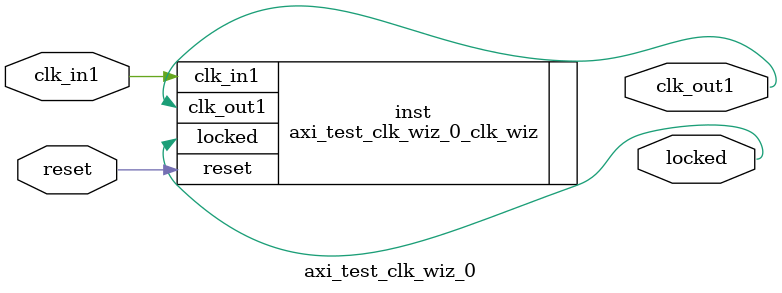
<source format=v>


`timescale 1ps/1ps

(* CORE_GENERATION_INFO = "axi_test_clk_wiz_0,clk_wiz_v6_0_2_0_0,{component_name=axi_test_clk_wiz_0,use_phase_alignment=true,use_min_o_jitter=false,use_max_i_jitter=false,use_dyn_phase_shift=false,use_inclk_switchover=false,use_dyn_reconfig=false,enable_axi=0,feedback_source=FDBK_AUTO,PRIMITIVE=MMCM,num_out_clk=1,clkin1_period=10.000,clkin2_period=10.000,use_power_down=false,use_reset=true,use_locked=true,use_inclk_stopped=false,feedback_type=SINGLE,CLOCK_MGR_TYPE=NA,manual_override=false}" *)

module axi_test_clk_wiz_0 
 (
  // Clock out ports
  output        clk_out1,
  // Status and control signals
  input         reset,
  output        locked,
 // Clock in ports
  input         clk_in1
 );

  axi_test_clk_wiz_0_clk_wiz inst
  (
  // Clock out ports  
  .clk_out1(clk_out1),
  // Status and control signals               
  .reset(reset), 
  .locked(locked),
 // Clock in ports
  .clk_in1(clk_in1)
  );

endmodule

</source>
